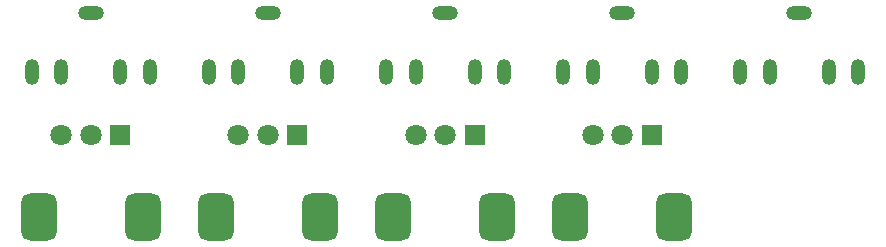
<source format=gbr>
%TF.GenerationSoftware,KiCad,Pcbnew,7.0.1-0*%
%TF.CreationDate,2024-04-25T19:19:39-04:00*%
%TF.ProjectId,mixer,6d697865-722e-46b6-9963-61645f706362,rev?*%
%TF.SameCoordinates,Original*%
%TF.FileFunction,Soldermask,Bot*%
%TF.FilePolarity,Negative*%
%FSLAX46Y46*%
G04 Gerber Fmt 4.6, Leading zero omitted, Abs format (unit mm)*
G04 Created by KiCad (PCBNEW 7.0.1-0) date 2024-04-25 19:19:39*
%MOMM*%
%LPD*%
G01*
G04 APERTURE LIST*
G04 Aperture macros list*
%AMRoundRect*
0 Rectangle with rounded corners*
0 $1 Rounding radius*
0 $2 $3 $4 $5 $6 $7 $8 $9 X,Y pos of 4 corners*
0 Add a 4 corners polygon primitive as box body*
4,1,4,$2,$3,$4,$5,$6,$7,$8,$9,$2,$3,0*
0 Add four circle primitives for the rounded corners*
1,1,$1+$1,$2,$3*
1,1,$1+$1,$4,$5*
1,1,$1+$1,$6,$7*
1,1,$1+$1,$8,$9*
0 Add four rect primitives between the rounded corners*
20,1,$1+$1,$2,$3,$4,$5,0*
20,1,$1+$1,$4,$5,$6,$7,0*
20,1,$1+$1,$6,$7,$8,$9,0*
20,1,$1+$1,$8,$9,$2,$3,0*%
G04 Aperture macros list end*
%ADD10O,1.200000X2.200000*%
%ADD11O,2.200000X1.200000*%
%ADD12R,1.800000X1.800000*%
%ADD13C,1.800000*%
%ADD14RoundRect,0.750000X-0.750000X1.250000X-0.750000X-1.250000X0.750000X-1.250000X0.750000X1.250000X0*%
G04 APERTURE END LIST*
D10*
%TO.C,U1*%
X118366000Y-99060000D03*
X115866000Y-99060000D03*
D11*
X113366000Y-94060000D03*
D10*
X108366000Y-99060000D03*
X110866000Y-99060000D03*
%TD*%
D12*
%TO.C,U2*%
X115866000Y-104409000D03*
D13*
X113366000Y-104409000D03*
X110866000Y-104409000D03*
D14*
X117766000Y-111409000D03*
X108966000Y-111409000D03*
%TD*%
D12*
%TO.C,U8*%
X160857750Y-104409000D03*
D13*
X158357750Y-104409000D03*
X155857750Y-104409000D03*
D14*
X162757750Y-111409000D03*
X153957750Y-111409000D03*
%TD*%
D10*
%TO.C,U9*%
X178355000Y-99060000D03*
X175855000Y-99060000D03*
D11*
X173355000Y-94060000D03*
D10*
X168355000Y-99060000D03*
X170855000Y-99060000D03*
%TD*%
%TO.C,U3*%
X133363250Y-99060000D03*
X130863250Y-99060000D03*
D11*
X128363250Y-94060000D03*
D10*
X123363250Y-99060000D03*
X125863250Y-99060000D03*
%TD*%
%TO.C,U5*%
X148360500Y-99060000D03*
X145860500Y-99060000D03*
D11*
X143360500Y-94060000D03*
D10*
X138360500Y-99060000D03*
X140860500Y-99060000D03*
%TD*%
D12*
%TO.C,U4*%
X130863249Y-104409000D03*
D13*
X128363249Y-104409000D03*
X125863249Y-104409000D03*
D14*
X132763249Y-111409000D03*
X123963249Y-111409000D03*
%TD*%
D12*
%TO.C,U6*%
X145860500Y-104409000D03*
D13*
X143360500Y-104409000D03*
X140860500Y-104409000D03*
D14*
X147760500Y-111409000D03*
X138960500Y-111409000D03*
%TD*%
D10*
%TO.C,U7*%
X163357750Y-99060000D03*
X160857750Y-99060000D03*
D11*
X158357750Y-94060000D03*
D10*
X153357750Y-99060000D03*
X155857750Y-99060000D03*
%TD*%
M02*

</source>
